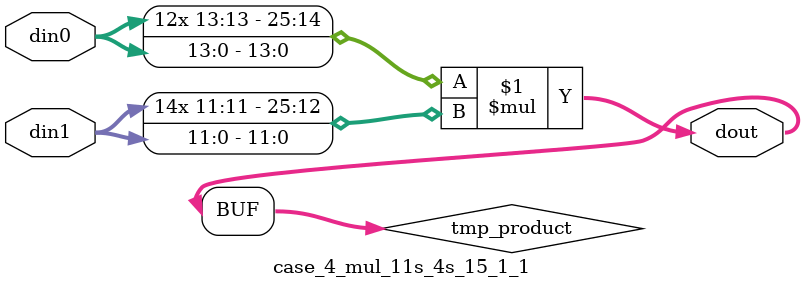
<source format=v>

`timescale 1 ns / 1 ps

 (* use_dsp = "no" *)  module case_4_mul_11s_4s_15_1_1(din0, din1, dout);
parameter ID = 1;
parameter NUM_STAGE = 0;
parameter din0_WIDTH = 14;
parameter din1_WIDTH = 12;
parameter dout_WIDTH = 26;

input [din0_WIDTH - 1 : 0] din0; 
input [din1_WIDTH - 1 : 0] din1; 
output [dout_WIDTH - 1 : 0] dout;

wire signed [dout_WIDTH - 1 : 0] tmp_product;



























assign tmp_product = $signed(din0) * $signed(din1);








assign dout = tmp_product;





















endmodule

</source>
